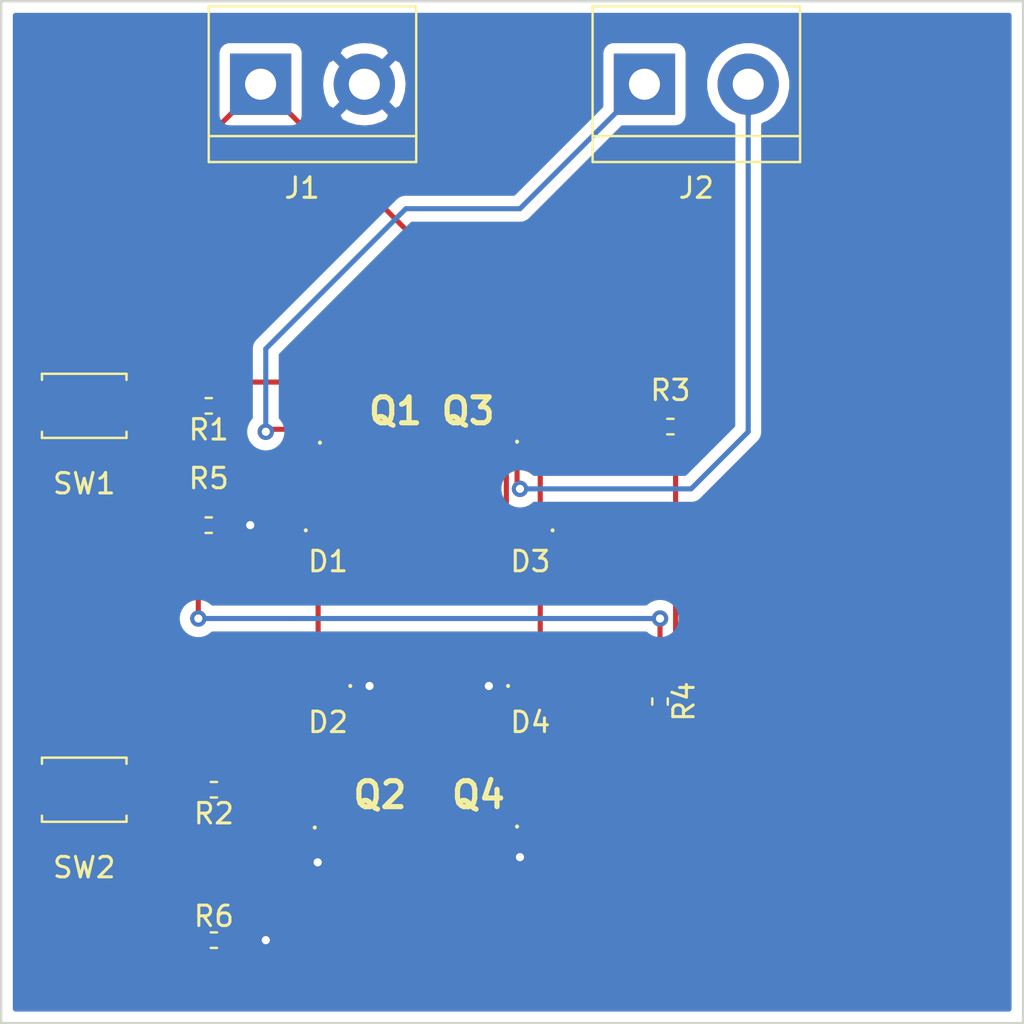
<source format=kicad_pcb>
(kicad_pcb (version 20171130) (host pcbnew "(5.1.7)-1")

  (general
    (thickness 1.6)
    (drawings 4)
    (tracks 97)
    (zones 0)
    (modules 18)
    (nets 11)
  )

  (page A4)
  (layers
    (0 F.Cu signal)
    (31 B.Cu signal)
    (32 B.Adhes user)
    (33 F.Adhes user)
    (34 B.Paste user)
    (35 F.Paste user)
    (36 B.SilkS user)
    (37 F.SilkS user)
    (38 B.Mask user)
    (39 F.Mask user)
    (40 Dwgs.User user)
    (41 Cmts.User user)
    (42 Eco1.User user)
    (43 Eco2.User user)
    (44 Edge.Cuts user)
    (45 Margin user)
    (46 B.CrtYd user)
    (47 F.CrtYd user)
    (48 B.Fab user)
    (49 F.Fab user)
  )

  (setup
    (last_trace_width 0.25)
    (trace_clearance 0.2)
    (zone_clearance 0.508)
    (zone_45_only no)
    (trace_min 0.2)
    (via_size 0.8)
    (via_drill 0.4)
    (via_min_size 0.4)
    (via_min_drill 0.3)
    (uvia_size 0.3)
    (uvia_drill 0.1)
    (uvias_allowed no)
    (uvia_min_size 0.2)
    (uvia_min_drill 0.1)
    (edge_width 0.12)
    (segment_width 0.12)
    (pcb_text_width 0.3)
    (pcb_text_size 1.5 1.5)
    (mod_edge_width 0.12)
    (mod_text_size 1 1)
    (mod_text_width 0.15)
    (pad_size 1.524 1.524)
    (pad_drill 0.762)
    (pad_to_mask_clearance 0)
    (aux_axis_origin 0 0)
    (visible_elements 7FFFFFFF)
    (pcbplotparams
      (layerselection 0x010fc_ffffffff)
      (usegerberextensions false)
      (usegerberattributes true)
      (usegerberadvancedattributes true)
      (creategerberjobfile true)
      (excludeedgelayer true)
      (linewidth 0.100000)
      (plotframeref false)
      (viasonmask false)
      (mode 1)
      (useauxorigin false)
      (hpglpennumber 1)
      (hpglpenspeed 20)
      (hpglpendiameter 15.000000)
      (psnegative false)
      (psa4output false)
      (plotreference true)
      (plotvalue true)
      (plotinvisibletext false)
      (padsonsilk false)
      (subtractmaskfromsilk false)
      (outputformat 1)
      (mirror false)
      (drillshape 1)
      (scaleselection 1)
      (outputdirectory ""))
  )

  (net 0 "")
  (net 1 "Net-(D1-Pad1)")
  (net 2 "Net-(Q1-Pad2)")
  (net 3 GND)
  (net 4 "Net-(D3-Pad1)")
  (net 5 "Net-(Q2-Pad2)")
  (net 6 "Net-(Q3-Pad2)")
  (net 7 "Net-(Q4-Pad2)")
  (net 8 +12V)
  (net 9 "Net-(R1-Pad2)")
  (net 10 "Net-(R2-Pad2)")

  (net_class Default "This is the default net class."
    (clearance 0.2)
    (trace_width 0.25)
    (via_dia 0.8)
    (via_drill 0.4)
    (uvia_dia 0.3)
    (uvia_drill 0.1)
    (add_net +12V)
    (add_net GND)
    (add_net "Net-(D1-Pad1)")
    (add_net "Net-(D3-Pad1)")
    (add_net "Net-(Q1-Pad2)")
    (add_net "Net-(Q2-Pad2)")
    (add_net "Net-(Q3-Pad2)")
    (add_net "Net-(Q4-Pad2)")
    (add_net "Net-(R1-Pad2)")
    (add_net "Net-(R2-Pad2)")
  )

  (module "Practica 1:NSVBCP56MTWG" (layer F.Cu) (tedit 0) (tstamp 686CF599)
    (at 122.428 83.106)
    (descr "WDFNW3 2x2, 1.3P CASE 515AA ISSUE A")
    (tags "Transistor BJT PNP")
    (path /686C150A)
    (attr smd)
    (fp_text reference Q2 (at 2.54 -0.048) (layer F.SilkS)
      (effects (font (size 1.27 1.27) (thickness 0.254)))
    )
    (fp_text value BC107 (at 0 0.05) (layer F.SilkS) hide
      (effects (font (size 1.27 1.27) (thickness 0.254)))
    )
    (fp_line (start -1 -0.95) (end 1 -0.95) (layer F.Fab) (width 0.1))
    (fp_line (start 1 -0.95) (end 1 1.05) (layer F.Fab) (width 0.1))
    (fp_line (start 1 1.05) (end -1 1.05) (layer F.Fab) (width 0.1))
    (fp_line (start -1 1.05) (end -1 -0.95) (layer F.Fab) (width 0.1))
    (fp_line (start -1.8 -1.893) (end 1.8 -1.893) (layer F.CrtYd) (width 0.1))
    (fp_line (start 1.8 -1.893) (end 1.8 1.993) (layer F.CrtYd) (width 0.1))
    (fp_line (start 1.8 1.993) (end -1.8 1.993) (layer F.CrtYd) (width 0.1))
    (fp_line (start -1.8 1.993) (end -1.8 -1.893) (layer F.CrtYd) (width 0.1))
    (fp_line (start -0.65 1.5) (end -0.65 1.5) (layer F.SilkS) (width 0.1))
    (fp_line (start -0.65 1.6) (end -0.65 1.6) (layer F.SilkS) (width 0.1))
    (fp_arc (start -0.65 1.55) (end -0.65 1.6) (angle -180) (layer F.SilkS) (width 0.1))
    (fp_arc (start -0.65 1.55) (end -0.65 1.5) (angle -180) (layer F.SilkS) (width 0.1))
    (fp_text user %R (at 0 0.05) (layer F.Fab)
      (effects (font (size 1.27 1.27) (thickness 0.254)))
    )
    (pad 4 smd rect (at 0 -0.893) (size 0.275 0.4) (layers F.Cu F.Paste F.Mask))
    (pad 3 smd rect (at 0 -0.206 90) (size 1.1 1.6) (layers F.Cu F.Paste F.Mask)
      (net 1 "Net-(D1-Pad1)"))
    (pad 2 smd rect (at 0.65 0.893) (size 0.4 0.6) (layers F.Cu F.Paste F.Mask)
      (net 5 "Net-(Q2-Pad2)"))
    (pad 1 smd rect (at -0.65 0.893) (size 0.4 0.6) (layers F.Cu F.Paste F.Mask)
      (net 3 GND))
    (model ${KIPRJMOD}/Libraries/3D/NSVBCP5316MTWG.stp
      (at (xyz 0 0 0))
      (scale (xyz 1 1 1))
      (rotate (xyz 0 0 0))
    )
  )

  (module "Practica 1:NSVBCP56MTWG" (layer F.Cu) (tedit 0) (tstamp 686C5208)
    (at 132.334 64.214)
    (descr "WDFNW3 2x2, 1.3P CASE 515AA ISSUE A")
    (tags "Transistor BJT PNP")
    (path /686CACFF)
    (attr smd)
    (fp_text reference Q3 (at -3.048 0.048) (layer F.SilkS)
      (effects (font (size 1.27 1.27) (thickness 0.254)))
    )
    (fp_text value BC107 (at 0 0.05) (layer F.SilkS) hide
      (effects (font (size 1.27 1.27) (thickness 0.254)))
    )
    (fp_line (start -1 -0.95) (end 1 -0.95) (layer F.Fab) (width 0.1))
    (fp_line (start 1 -0.95) (end 1 1.05) (layer F.Fab) (width 0.1))
    (fp_line (start 1 1.05) (end -1 1.05) (layer F.Fab) (width 0.1))
    (fp_line (start -1 1.05) (end -1 -0.95) (layer F.Fab) (width 0.1))
    (fp_line (start -1.8 -1.893) (end 1.8 -1.893) (layer F.CrtYd) (width 0.1))
    (fp_line (start 1.8 -1.893) (end 1.8 1.993) (layer F.CrtYd) (width 0.1))
    (fp_line (start 1.8 1.993) (end -1.8 1.993) (layer F.CrtYd) (width 0.1))
    (fp_line (start -1.8 1.993) (end -1.8 -1.893) (layer F.CrtYd) (width 0.1))
    (fp_line (start -0.65 1.5) (end -0.65 1.5) (layer F.SilkS) (width 0.1))
    (fp_line (start -0.65 1.6) (end -0.65 1.6) (layer F.SilkS) (width 0.1))
    (fp_arc (start -0.65 1.55) (end -0.65 1.6) (angle -180) (layer F.SilkS) (width 0.1))
    (fp_arc (start -0.65 1.55) (end -0.65 1.5) (angle -180) (layer F.SilkS) (width 0.1))
    (fp_text user %R (at 0 0.05) (layer F.Fab)
      (effects (font (size 1.27 1.27) (thickness 0.254)))
    )
    (pad 4 smd rect (at 0 -0.893) (size 0.275 0.4) (layers F.Cu F.Paste F.Mask))
    (pad 3 smd rect (at 0 -0.206 90) (size 1.1 1.6) (layers F.Cu F.Paste F.Mask)
      (net 8 +12V))
    (pad 2 smd rect (at 0.65 0.893) (size 0.4 0.6) (layers F.Cu F.Paste F.Mask)
      (net 6 "Net-(Q3-Pad2)"))
    (pad 1 smd rect (at -0.65 0.893) (size 0.4 0.6) (layers F.Cu F.Paste F.Mask)
      (net 4 "Net-(D3-Pad1)"))
    (model NSVBCP5316MTWG.stp
      (at (xyz 0 0 0))
      (scale (xyz 1 1 1))
      (rotate (xyz 0 0 0))
    )
    (model ${KIPRJMOD}/Libraries/3D/NSVBCP5316MTWG.stp
      (at (xyz 0 0 0))
      (scale (xyz 1 1 1))
      (rotate (xyz 0 0 0))
    )
  )

  (module Diode_SMD:D_0402_1005Metric (layer F.Cu) (tedit 5F68FEF0) (tstamp 686C51B6)
    (at 132.334 77.724)
    (descr "Diode SMD 0402 (1005 Metric), square (rectangular) end terminal, IPC_7351 nominal, (Body size source: http://www.tortai-tech.com/upload/download/2011102023233369053.pdf), generated with kicad-footprint-generator")
    (tags diode)
    (path /686C7D1E)
    (attr smd)
    (fp_text reference D4 (at 0 1.778) (layer F.SilkS)
      (effects (font (size 1 1) (thickness 0.15)))
    )
    (fp_text value DIODE (at 0 -1.27) (layer F.Fab)
      (effects (font (size 1 1) (thickness 0.15)))
    )
    (fp_line (start 0.93 0.47) (end -0.93 0.47) (layer F.CrtYd) (width 0.05))
    (fp_line (start 0.93 -0.47) (end 0.93 0.47) (layer F.CrtYd) (width 0.05))
    (fp_line (start -0.93 -0.47) (end 0.93 -0.47) (layer F.CrtYd) (width 0.05))
    (fp_line (start -0.93 0.47) (end -0.93 -0.47) (layer F.CrtYd) (width 0.05))
    (fp_line (start -0.3 0.25) (end -0.3 -0.25) (layer F.Fab) (width 0.1))
    (fp_line (start -0.4 0.25) (end -0.4 -0.25) (layer F.Fab) (width 0.1))
    (fp_line (start 0.5 0.25) (end -0.5 0.25) (layer F.Fab) (width 0.1))
    (fp_line (start 0.5 -0.25) (end 0.5 0.25) (layer F.Fab) (width 0.1))
    (fp_line (start -0.5 -0.25) (end 0.5 -0.25) (layer F.Fab) (width 0.1))
    (fp_line (start -0.5 0.25) (end -0.5 -0.25) (layer F.Fab) (width 0.1))
    (fp_circle (center -1.09 0) (end -1.04 0) (layer F.SilkS) (width 0.1))
    (fp_text user %R (at 0 0) (layer F.Fab)
      (effects (font (size 0.25 0.25) (thickness 0.04)))
    )
    (pad 1 smd roundrect (at -0.485 0) (size 0.59 0.64) (layers F.Cu F.Paste F.Mask) (roundrect_rratio 0.25)
      (net 3 GND))
    (pad 2 smd roundrect (at 0.485 0) (size 0.59 0.64) (layers F.Cu F.Paste F.Mask) (roundrect_rratio 0.25)
      (net 4 "Net-(D3-Pad1)"))
    (model ${KIPRJMOD}/Libraries/3D/1N4007W-T.stp
      (at (xyz 0 0 0))
      (scale (xyz 1 1 1))
      (rotate (xyz 0 0 0))
    )
  )

  (module "Practica 1:NSVBCP56MTWG" (layer F.Cu) (tedit 0) (tstamp 686C521D)
    (at 132.334 83.058)
    (descr "WDFNW3 2x2, 1.3P CASE 515AA ISSUE A")
    (tags "Transistor BJT PNP")
    (path /686CB77A)
    (attr smd)
    (fp_text reference Q4 (at -2.54 0) (layer F.SilkS)
      (effects (font (size 1.27 1.27) (thickness 0.254)))
    )
    (fp_text value BC107 (at 0 0.05) (layer F.SilkS) hide
      (effects (font (size 1.27 1.27) (thickness 0.254)))
    )
    (fp_line (start -1 -0.95) (end 1 -0.95) (layer F.Fab) (width 0.1))
    (fp_line (start 1 -0.95) (end 1 1.05) (layer F.Fab) (width 0.1))
    (fp_line (start 1 1.05) (end -1 1.05) (layer F.Fab) (width 0.1))
    (fp_line (start -1 1.05) (end -1 -0.95) (layer F.Fab) (width 0.1))
    (fp_line (start -1.8 -1.893) (end 1.8 -1.893) (layer F.CrtYd) (width 0.1))
    (fp_line (start 1.8 -1.893) (end 1.8 1.993) (layer F.CrtYd) (width 0.1))
    (fp_line (start 1.8 1.993) (end -1.8 1.993) (layer F.CrtYd) (width 0.1))
    (fp_line (start -1.8 1.993) (end -1.8 -1.893) (layer F.CrtYd) (width 0.1))
    (fp_line (start -0.65 1.5) (end -0.65 1.5) (layer F.SilkS) (width 0.1))
    (fp_line (start -0.65 1.6) (end -0.65 1.6) (layer F.SilkS) (width 0.1))
    (fp_arc (start -0.65 1.55) (end -0.65 1.6) (angle -180) (layer F.SilkS) (width 0.1))
    (fp_arc (start -0.65 1.55) (end -0.65 1.5) (angle -180) (layer F.SilkS) (width 0.1))
    (fp_text user %R (at 0 0.05) (layer F.Fab)
      (effects (font (size 1.27 1.27) (thickness 0.254)))
    )
    (pad 4 smd rect (at 0 -0.893) (size 0.275 0.4) (layers F.Cu F.Paste F.Mask))
    (pad 3 smd rect (at 0 -0.206 90) (size 1.1 1.6) (layers F.Cu F.Paste F.Mask)
      (net 4 "Net-(D3-Pad1)"))
    (pad 2 smd rect (at 0.65 0.893) (size 0.4 0.6) (layers F.Cu F.Paste F.Mask)
      (net 7 "Net-(Q4-Pad2)"))
    (pad 1 smd rect (at -0.65 0.893) (size 0.4 0.6) (layers F.Cu F.Paste F.Mask)
      (net 3 GND))
    (model NSVBCP5316MTWG.stp
      (at (xyz 0 0 0))
      (scale (xyz 1 1 1))
      (rotate (xyz 0 0 0))
    )
    (model ${KIPRJMOD}/Libraries/3D/NSVBCP5316MTWG.stp
      (at (xyz 0 0 0))
      (scale (xyz 1 1 1))
      (rotate (xyz 0 0 0))
    )
  )

  (module Diode_SMD:D_0402_1005Metric (layer F.Cu) (tedit 5F68FEF0) (tstamp 686C51A4)
    (at 132.334 70.104 180)
    (descr "Diode SMD 0402 (1005 Metric), square (rectangular) end terminal, IPC_7351 nominal, (Body size source: http://www.tortai-tech.com/upload/download/2011102023233369053.pdf), generated with kicad-footprint-generator")
    (tags diode)
    (path /686C8278)
    (attr smd)
    (fp_text reference D3 (at 0 -1.524) (layer F.SilkS)
      (effects (font (size 1 1) (thickness 0.15)))
    )
    (fp_text value DIODE (at 0 1.17) (layer F.Fab)
      (effects (font (size 1 1) (thickness 0.15)))
    )
    (fp_circle (center -1.09 0) (end -1.04 0) (layer F.SilkS) (width 0.1))
    (fp_line (start -0.5 0.25) (end -0.5 -0.25) (layer F.Fab) (width 0.1))
    (fp_line (start -0.5 -0.25) (end 0.5 -0.25) (layer F.Fab) (width 0.1))
    (fp_line (start 0.5 -0.25) (end 0.5 0.25) (layer F.Fab) (width 0.1))
    (fp_line (start 0.5 0.25) (end -0.5 0.25) (layer F.Fab) (width 0.1))
    (fp_line (start -0.4 0.25) (end -0.4 -0.25) (layer F.Fab) (width 0.1))
    (fp_line (start -0.3 0.25) (end -0.3 -0.25) (layer F.Fab) (width 0.1))
    (fp_line (start -0.93 0.47) (end -0.93 -0.47) (layer F.CrtYd) (width 0.05))
    (fp_line (start -0.93 -0.47) (end 0.93 -0.47) (layer F.CrtYd) (width 0.05))
    (fp_line (start 0.93 -0.47) (end 0.93 0.47) (layer F.CrtYd) (width 0.05))
    (fp_line (start 0.93 0.47) (end -0.93 0.47) (layer F.CrtYd) (width 0.05))
    (fp_text user %R (at 0 0) (layer F.Fab)
      (effects (font (size 0.25 0.25) (thickness 0.04)))
    )
    (pad 2 smd roundrect (at 0.485 0 180) (size 0.59 0.64) (layers F.Cu F.Paste F.Mask) (roundrect_rratio 0.25)
      (net 8 +12V))
    (pad 1 smd roundrect (at -0.485 0 180) (size 0.59 0.64) (layers F.Cu F.Paste F.Mask) (roundrect_rratio 0.25)
      (net 4 "Net-(D3-Pad1)"))
    (model ${KIPRJMOD}/Libraries/3D/1N4007W-T.stp
      (at (xyz 0 0 0))
      (scale (xyz 1 1 1))
      (rotate (xyz 0 0 0))
    )
  )

  (module Button_Switch_SMD:SW_Push_SPST_NO_Alps_SKRK (layer F.Cu) (tedit 5C2A8900) (tstamp 686CDAB2)
    (at 110.49 82.804)
    (descr http://www.alps.com/prod/info/E/HTML/Tact/SurfaceMount/SKRK/SKRKAHE020.html)
    (tags "SMD SMT button")
    (path /68701889)
    (attr smd)
    (fp_text reference SW2 (at 0 3.81) (layer F.SilkS)
      (effects (font (size 1 1) (thickness 0.15)))
    )
    (fp_text value SW_Push (at 0 2.5) (layer F.Fab)
      (effects (font (size 1 1) (thickness 0.15)))
    )
    (fp_line (start -2.07 -1.57) (end 2.07 -1.57) (layer F.SilkS) (width 0.12))
    (fp_line (start 2.07 1.27) (end 2.07 1.57) (layer F.SilkS) (width 0.12))
    (fp_line (start 2.07 1.57) (end -2.07 1.57) (layer F.SilkS) (width 0.12))
    (fp_line (start -2.07 -1.27) (end -2.07 -1.57) (layer F.SilkS) (width 0.12))
    (fp_circle (center 0 0) (end 1 0) (layer F.Fab) (width 0.1))
    (fp_line (start -2.75 -1.7) (end 2.75 -1.7) (layer F.CrtYd) (width 0.05))
    (fp_line (start 2.75 -1.7) (end 2.75 1.7) (layer F.CrtYd) (width 0.05))
    (fp_line (start 2.75 1.7) (end -2.75 1.7) (layer F.CrtYd) (width 0.05))
    (fp_line (start -2.75 1.7) (end -2.75 -1.7) (layer F.CrtYd) (width 0.05))
    (fp_line (start 1.95 1.45) (end -1.95 1.45) (layer F.Fab) (width 0.1))
    (fp_line (start -1.95 1.45) (end -1.95 -1.45) (layer F.Fab) (width 0.1))
    (fp_line (start -1.95 -1.45) (end 1.95 -1.45) (layer F.Fab) (width 0.1))
    (fp_line (start 1.95 -1.45) (end 1.95 1.45) (layer F.Fab) (width 0.1))
    (fp_line (start -2.07 1.57) (end -2.07 1.27) (layer F.SilkS) (width 0.12))
    (fp_line (start 2.07 -1.57) (end 2.07 -1.27) (layer F.SilkS) (width 0.12))
    (fp_text user %R (at 0 0) (layer F.Fab)
      (effects (font (size 1 1) (thickness 0.15)))
    )
    (pad 1 smd roundrect (at -2.1 0) (size 0.8 2) (layers F.Cu F.Paste F.Mask) (roundrect_rratio 0.25)
      (net 8 +12V))
    (pad 2 smd roundrect (at 2.1 0) (size 0.8 2) (layers F.Cu F.Paste F.Mask) (roundrect_rratio 0.25)
      (net 10 "Net-(R2-Pad2)"))
    (model ${KIPRJMOD}/Libraries/3D/430133050816.stp
      (at (xyz 0 0 0))
      (scale (xyz 1 1 1))
      (rotate (xyz 0 0 0))
    )
  )

  (module Button_Switch_SMD:SW_Push_SPST_NO_Alps_SKRK (layer F.Cu) (tedit 5C2A8900) (tstamp 686CC880)
    (at 110.49 64.008)
    (descr http://www.alps.com/prod/info/E/HTML/Tact/SurfaceMount/SKRK/SKRKAHE020.html)
    (tags "SMD SMT button")
    (path /686FF167)
    (attr smd)
    (fp_text reference SW1 (at 0 3.81) (layer F.SilkS)
      (effects (font (size 1 1) (thickness 0.15)))
    )
    (fp_text value SW_Push (at 0 2.5) (layer F.Fab)
      (effects (font (size 1 1) (thickness 0.15)))
    )
    (fp_line (start -2.07 -1.57) (end 2.07 -1.57) (layer F.SilkS) (width 0.12))
    (fp_line (start 2.07 1.27) (end 2.07 1.57) (layer F.SilkS) (width 0.12))
    (fp_line (start 2.07 1.57) (end -2.07 1.57) (layer F.SilkS) (width 0.12))
    (fp_line (start -2.07 -1.27) (end -2.07 -1.57) (layer F.SilkS) (width 0.12))
    (fp_circle (center 0 0) (end 1 0) (layer F.Fab) (width 0.1))
    (fp_line (start -2.75 -1.7) (end 2.75 -1.7) (layer F.CrtYd) (width 0.05))
    (fp_line (start 2.75 -1.7) (end 2.75 1.7) (layer F.CrtYd) (width 0.05))
    (fp_line (start 2.75 1.7) (end -2.75 1.7) (layer F.CrtYd) (width 0.05))
    (fp_line (start -2.75 1.7) (end -2.75 -1.7) (layer F.CrtYd) (width 0.05))
    (fp_line (start 1.95 1.45) (end -1.95 1.45) (layer F.Fab) (width 0.1))
    (fp_line (start -1.95 1.45) (end -1.95 -1.45) (layer F.Fab) (width 0.1))
    (fp_line (start -1.95 -1.45) (end 1.95 -1.45) (layer F.Fab) (width 0.1))
    (fp_line (start 1.95 -1.45) (end 1.95 1.45) (layer F.Fab) (width 0.1))
    (fp_line (start -2.07 1.57) (end -2.07 1.27) (layer F.SilkS) (width 0.12))
    (fp_line (start 2.07 -1.57) (end 2.07 -1.27) (layer F.SilkS) (width 0.12))
    (fp_text user %R (at 0 0) (layer F.Fab)
      (effects (font (size 1 1) (thickness 0.15)))
    )
    (pad 1 smd roundrect (at -2.1 0) (size 0.8 2) (layers F.Cu F.Paste F.Mask) (roundrect_rratio 0.25)
      (net 8 +12V))
    (pad 2 smd roundrect (at 2.1 0) (size 0.8 2) (layers F.Cu F.Paste F.Mask) (roundrect_rratio 0.25)
      (net 9 "Net-(R1-Pad2)"))
    (model ${KIPRJMOD}/Libraries/3D/430133050816.stp
      (at (xyz 0 0 0))
      (scale (xyz 1 1 1))
      (rotate (xyz 0 0 0))
    )
  )

  (module TerminalBlock:TerminalBlock_bornier-2_P5.08mm (layer F.Cu) (tedit 59FF03AB) (tstamp 686C5E9C)
    (at 137.922 48.26)
    (descr "simple 2-pin terminal block, pitch 5.08mm, revamped version of bornier2")
    (tags "terminal block bornier2")
    (path /686EE99A)
    (fp_text reference J2 (at 2.54 5.08) (layer F.SilkS)
      (effects (font (size 1 1) (thickness 0.15)))
    )
    (fp_text value Conn_01x02 (at 2.54 5.08) (layer F.Fab)
      (effects (font (size 1 1) (thickness 0.15)))
    )
    (fp_line (start -2.41 2.55) (end 7.49 2.55) (layer F.Fab) (width 0.1))
    (fp_line (start -2.46 -3.75) (end -2.46 3.75) (layer F.Fab) (width 0.1))
    (fp_line (start -2.46 3.75) (end 7.54 3.75) (layer F.Fab) (width 0.1))
    (fp_line (start 7.54 3.75) (end 7.54 -3.75) (layer F.Fab) (width 0.1))
    (fp_line (start 7.54 -3.75) (end -2.46 -3.75) (layer F.Fab) (width 0.1))
    (fp_line (start 7.62 2.54) (end -2.54 2.54) (layer F.SilkS) (width 0.12))
    (fp_line (start 7.62 3.81) (end 7.62 -3.81) (layer F.SilkS) (width 0.12))
    (fp_line (start 7.62 -3.81) (end -2.54 -3.81) (layer F.SilkS) (width 0.12))
    (fp_line (start -2.54 -3.81) (end -2.54 3.81) (layer F.SilkS) (width 0.12))
    (fp_line (start -2.54 3.81) (end 7.62 3.81) (layer F.SilkS) (width 0.12))
    (fp_line (start -2.71 -4) (end 7.79 -4) (layer F.CrtYd) (width 0.05))
    (fp_line (start -2.71 -4) (end -2.71 4) (layer F.CrtYd) (width 0.05))
    (fp_line (start 7.79 4) (end 7.79 -4) (layer F.CrtYd) (width 0.05))
    (fp_line (start 7.79 4) (end -2.71 4) (layer F.CrtYd) (width 0.05))
    (fp_text user %R (at 2.54 0) (layer F.Fab)
      (effects (font (size 1 1) (thickness 0.15)))
    )
    (pad 2 thru_hole circle (at 5.08 0) (size 3 3) (drill 1.52) (layers *.Cu *.Mask)
      (net 4 "Net-(D3-Pad1)"))
    (pad 1 thru_hole rect (at 0 0) (size 3 3) (drill 1.52) (layers *.Cu *.Mask)
      (net 1 "Net-(D1-Pad1)"))
    (model ${KIPRJMOD}/Libraries/3D/1729128.stp
      (offset (xyz 2.54 0 4.978400000000001))
      (scale (xyz 1 1 1))
      (rotate (xyz -90 0 -180))
    )
  )

  (module TerminalBlock:TerminalBlock_bornier-2_P5.08mm (layer F.Cu) (tedit 59FF03AB) (tstamp 686C64E3)
    (at 119.126 48.26)
    (descr "simple 2-pin terminal block, pitch 5.08mm, revamped version of bornier2")
    (tags "terminal block bornier2")
    (path /686C07CE)
    (fp_text reference J1 (at 2.032 5.08) (layer F.SilkS)
      (effects (font (size 1 1) (thickness 0.15)))
    )
    (fp_text value Conn_01x02 (at 2.54 5.08) (layer F.Fab)
      (effects (font (size 1 1) (thickness 0.15)))
    )
    (fp_line (start -2.41 2.55) (end 7.49 2.55) (layer F.Fab) (width 0.1))
    (fp_line (start -2.46 -3.75) (end -2.46 3.75) (layer F.Fab) (width 0.1))
    (fp_line (start -2.46 3.75) (end 7.54 3.75) (layer F.Fab) (width 0.1))
    (fp_line (start 7.54 3.75) (end 7.54 -3.75) (layer F.Fab) (width 0.1))
    (fp_line (start 7.54 -3.75) (end -2.46 -3.75) (layer F.Fab) (width 0.1))
    (fp_line (start 7.62 2.54) (end -2.54 2.54) (layer F.SilkS) (width 0.12))
    (fp_line (start 7.62 3.81) (end 7.62 -3.81) (layer F.SilkS) (width 0.12))
    (fp_line (start 7.62 -3.81) (end -2.54 -3.81) (layer F.SilkS) (width 0.12))
    (fp_line (start -2.54 -3.81) (end -2.54 3.81) (layer F.SilkS) (width 0.12))
    (fp_line (start -2.54 3.81) (end 7.62 3.81) (layer F.SilkS) (width 0.12))
    (fp_line (start -2.71 -4) (end 7.79 -4) (layer F.CrtYd) (width 0.05))
    (fp_line (start -2.71 -4) (end -2.71 4) (layer F.CrtYd) (width 0.05))
    (fp_line (start 7.79 4) (end 7.79 -4) (layer F.CrtYd) (width 0.05))
    (fp_line (start 7.79 4) (end -2.71 4) (layer F.CrtYd) (width 0.05))
    (fp_text user %R (at 2.54 0) (layer F.Fab)
      (effects (font (size 1 1) (thickness 0.15)))
    )
    (pad 2 thru_hole circle (at 5.08 0) (size 3 3) (drill 1.52) (layers *.Cu *.Mask)
      (net 3 GND))
    (pad 1 thru_hole rect (at 0 0) (size 3 3) (drill 1.52) (layers *.Cu *.Mask)
      (net 8 +12V))
    (model ${KIPRJMOD}/Libraries/3D/1729128.stp
      (offset (xyz 2.3876 -0.1016 5.0546))
      (scale (xyz 1 1 1))
      (rotate (xyz -90 0 -180))
    )
  )

  (module Resistor_SMD:R_0402_1005Metric (layer F.Cu) (tedit 5F68FEEE) (tstamp 686C574C)
    (at 116.84 90.17)
    (descr "Resistor SMD 0402 (1005 Metric), square (rectangular) end terminal, IPC_7351 nominal, (Body size source: IPC-SM-782 page 72, https://www.pcb-3d.com/wordpress/wp-content/uploads/ipc-sm-782a_amendment_1_and_2.pdf), generated with kicad-footprint-generator")
    (tags resistor)
    (path /68701D8F)
    (attr smd)
    (fp_text reference R6 (at 0 -1.17) (layer F.SilkS)
      (effects (font (size 1 1) (thickness 0.15)))
    )
    (fp_text value 10k (at 0 1.17) (layer F.Fab)
      (effects (font (size 1 1) (thickness 0.15)))
    )
    (fp_line (start -0.525 0.27) (end -0.525 -0.27) (layer F.Fab) (width 0.1))
    (fp_line (start -0.525 -0.27) (end 0.525 -0.27) (layer F.Fab) (width 0.1))
    (fp_line (start 0.525 -0.27) (end 0.525 0.27) (layer F.Fab) (width 0.1))
    (fp_line (start 0.525 0.27) (end -0.525 0.27) (layer F.Fab) (width 0.1))
    (fp_line (start -0.153641 -0.38) (end 0.153641 -0.38) (layer F.SilkS) (width 0.12))
    (fp_line (start -0.153641 0.38) (end 0.153641 0.38) (layer F.SilkS) (width 0.12))
    (fp_line (start -0.93 0.47) (end -0.93 -0.47) (layer F.CrtYd) (width 0.05))
    (fp_line (start -0.93 -0.47) (end 0.93 -0.47) (layer F.CrtYd) (width 0.05))
    (fp_line (start 0.93 -0.47) (end 0.93 0.47) (layer F.CrtYd) (width 0.05))
    (fp_line (start 0.93 0.47) (end -0.93 0.47) (layer F.CrtYd) (width 0.05))
    (fp_text user %R (at 0 0) (layer F.Fab)
      (effects (font (size 0.26 0.26) (thickness 0.04)))
    )
    (pad 2 smd roundrect (at 0.51 0) (size 0.54 0.64) (layers F.Cu F.Paste F.Mask) (roundrect_rratio 0.25)
      (net 3 GND))
    (pad 1 smd roundrect (at -0.51 0) (size 0.54 0.64) (layers F.Cu F.Paste F.Mask) (roundrect_rratio 0.25)
      (net 10 "Net-(R2-Pad2)"))
    (model ${KISYS3DMOD}/Resistor_SMD.3dshapes/R_0402_1005Metric.wrl
      (at (xyz 0 0 0))
      (scale (xyz 1 1 1))
      (rotate (xyz 0 0 0))
    )
  )

  (module Resistor_SMD:R_0402_1005Metric (layer F.Cu) (tedit 5F68FEEE) (tstamp 686C577C)
    (at 116.586 69.85)
    (descr "Resistor SMD 0402 (1005 Metric), square (rectangular) end terminal, IPC_7351 nominal, (Body size source: IPC-SM-782 page 72, https://www.pcb-3d.com/wordpress/wp-content/uploads/ipc-sm-782a_amendment_1_and_2.pdf), generated with kicad-footprint-generator")
    (tags resistor)
    (path /686FF8F6)
    (attr smd)
    (fp_text reference R5 (at 0 -2.286) (layer F.SilkS)
      (effects (font (size 1 1) (thickness 0.15)))
    )
    (fp_text value 10k (at 0 1.17) (layer F.Fab)
      (effects (font (size 1 1) (thickness 0.15)))
    )
    (fp_line (start -0.525 0.27) (end -0.525 -0.27) (layer F.Fab) (width 0.1))
    (fp_line (start -0.525 -0.27) (end 0.525 -0.27) (layer F.Fab) (width 0.1))
    (fp_line (start 0.525 -0.27) (end 0.525 0.27) (layer F.Fab) (width 0.1))
    (fp_line (start 0.525 0.27) (end -0.525 0.27) (layer F.Fab) (width 0.1))
    (fp_line (start -0.153641 -0.38) (end 0.153641 -0.38) (layer F.SilkS) (width 0.12))
    (fp_line (start -0.153641 0.38) (end 0.153641 0.38) (layer F.SilkS) (width 0.12))
    (fp_line (start -0.93 0.47) (end -0.93 -0.47) (layer F.CrtYd) (width 0.05))
    (fp_line (start -0.93 -0.47) (end 0.93 -0.47) (layer F.CrtYd) (width 0.05))
    (fp_line (start 0.93 -0.47) (end 0.93 0.47) (layer F.CrtYd) (width 0.05))
    (fp_line (start 0.93 0.47) (end -0.93 0.47) (layer F.CrtYd) (width 0.05))
    (fp_text user %R (at 0 0) (layer F.Fab)
      (effects (font (size 0.26 0.26) (thickness 0.04)))
    )
    (pad 2 smd roundrect (at 0.51 0) (size 0.54 0.64) (layers F.Cu F.Paste F.Mask) (roundrect_rratio 0.25)
      (net 3 GND))
    (pad 1 smd roundrect (at -0.51 0) (size 0.54 0.64) (layers F.Cu F.Paste F.Mask) (roundrect_rratio 0.25)
      (net 9 "Net-(R1-Pad2)"))
    (model ${KISYS3DMOD}/Resistor_SMD.3dshapes/R_0402_1005Metric.wrl
      (at (xyz 0 0 0))
      (scale (xyz 1 1 1))
      (rotate (xyz 0 0 0))
    )
  )

  (module Resistor_SMD:R_0402_1005Metric (layer F.Cu) (tedit 5F68FEEE) (tstamp 686C5270)
    (at 138.684 78.486 270)
    (descr "Resistor SMD 0402 (1005 Metric), square (rectangular) end terminal, IPC_7351 nominal, (Body size source: IPC-SM-782 page 72, https://www.pcb-3d.com/wordpress/wp-content/uploads/ipc-sm-782a_amendment_1_and_2.pdf), generated with kicad-footprint-generator")
    (tags resistor)
    (path /686E2F6C)
    (attr smd)
    (fp_text reference R4 (at 0 -1.17 90) (layer F.SilkS)
      (effects (font (size 1 1) (thickness 0.15)))
    )
    (fp_text value 32 (at 0 1.17 90) (layer F.Fab)
      (effects (font (size 1 1) (thickness 0.15)))
    )
    (fp_line (start -0.525 0.27) (end -0.525 -0.27) (layer F.Fab) (width 0.1))
    (fp_line (start -0.525 -0.27) (end 0.525 -0.27) (layer F.Fab) (width 0.1))
    (fp_line (start 0.525 -0.27) (end 0.525 0.27) (layer F.Fab) (width 0.1))
    (fp_line (start 0.525 0.27) (end -0.525 0.27) (layer F.Fab) (width 0.1))
    (fp_line (start -0.153641 -0.38) (end 0.153641 -0.38) (layer F.SilkS) (width 0.12))
    (fp_line (start -0.153641 0.38) (end 0.153641 0.38) (layer F.SilkS) (width 0.12))
    (fp_line (start -0.93 0.47) (end -0.93 -0.47) (layer F.CrtYd) (width 0.05))
    (fp_line (start -0.93 -0.47) (end 0.93 -0.47) (layer F.CrtYd) (width 0.05))
    (fp_line (start 0.93 -0.47) (end 0.93 0.47) (layer F.CrtYd) (width 0.05))
    (fp_line (start 0.93 0.47) (end -0.93 0.47) (layer F.CrtYd) (width 0.05))
    (fp_text user %R (at 0 0 90) (layer F.Fab)
      (effects (font (size 0.26 0.26) (thickness 0.04)))
    )
    (pad 2 smd roundrect (at 0.51 0 270) (size 0.54 0.64) (layers F.Cu F.Paste F.Mask) (roundrect_rratio 0.25)
      (net 7 "Net-(Q4-Pad2)"))
    (pad 1 smd roundrect (at -0.51 0 270) (size 0.54 0.64) (layers F.Cu F.Paste F.Mask) (roundrect_rratio 0.25)
      (net 9 "Net-(R1-Pad2)"))
    (model ${KISYS3DMOD}/Resistor_SMD.3dshapes/R_0402_1005Metric.wrl
      (at (xyz 0 0 0))
      (scale (xyz 1 1 1))
      (rotate (xyz 0 0 0))
    )
  )

  (module Resistor_SMD:R_0402_1005Metric (layer F.Cu) (tedit 5F68FEEE) (tstamp 686C525F)
    (at 139.192 65.024)
    (descr "Resistor SMD 0402 (1005 Metric), square (rectangular) end terminal, IPC_7351 nominal, (Body size source: IPC-SM-782 page 72, https://www.pcb-3d.com/wordpress/wp-content/uploads/ipc-sm-782a_amendment_1_and_2.pdf), generated with kicad-footprint-generator")
    (tags resistor)
    (path /686E343C)
    (attr smd)
    (fp_text reference R3 (at 0 -1.778) (layer F.SilkS)
      (effects (font (size 1 1) (thickness 0.15)))
    )
    (fp_text value 32 (at 0 1.17) (layer F.Fab)
      (effects (font (size 1 1) (thickness 0.15)))
    )
    (fp_line (start -0.525 0.27) (end -0.525 -0.27) (layer F.Fab) (width 0.1))
    (fp_line (start -0.525 -0.27) (end 0.525 -0.27) (layer F.Fab) (width 0.1))
    (fp_line (start 0.525 -0.27) (end 0.525 0.27) (layer F.Fab) (width 0.1))
    (fp_line (start 0.525 0.27) (end -0.525 0.27) (layer F.Fab) (width 0.1))
    (fp_line (start -0.153641 -0.38) (end 0.153641 -0.38) (layer F.SilkS) (width 0.12))
    (fp_line (start -0.153641 0.38) (end 0.153641 0.38) (layer F.SilkS) (width 0.12))
    (fp_line (start -0.93 0.47) (end -0.93 -0.47) (layer F.CrtYd) (width 0.05))
    (fp_line (start -0.93 -0.47) (end 0.93 -0.47) (layer F.CrtYd) (width 0.05))
    (fp_line (start 0.93 -0.47) (end 0.93 0.47) (layer F.CrtYd) (width 0.05))
    (fp_line (start 0.93 0.47) (end -0.93 0.47) (layer F.CrtYd) (width 0.05))
    (fp_text user %R (at 0 0) (layer F.Fab)
      (effects (font (size 0.26 0.26) (thickness 0.04)))
    )
    (pad 2 smd roundrect (at 0.51 0) (size 0.54 0.64) (layers F.Cu F.Paste F.Mask) (roundrect_rratio 0.25)
      (net 6 "Net-(Q3-Pad2)"))
    (pad 1 smd roundrect (at -0.51 0) (size 0.54 0.64) (layers F.Cu F.Paste F.Mask) (roundrect_rratio 0.25)
      (net 10 "Net-(R2-Pad2)"))
    (model ${KISYS3DMOD}/Resistor_SMD.3dshapes/R_0402_1005Metric.wrl
      (at (xyz 0 0 0))
      (scale (xyz 1 1 1))
      (rotate (xyz 0 0 0))
    )
  )

  (module Resistor_SMD:R_0402_1005Metric (layer F.Cu) (tedit 5F68FEEE) (tstamp 686C524E)
    (at 116.84 82.804 180)
    (descr "Resistor SMD 0402 (1005 Metric), square (rectangular) end terminal, IPC_7351 nominal, (Body size source: IPC-SM-782 page 72, https://www.pcb-3d.com/wordpress/wp-content/uploads/ipc-sm-782a_amendment_1_and_2.pdf), generated with kicad-footprint-generator")
    (tags resistor)
    (path /686C3B14)
    (attr smd)
    (fp_text reference R2 (at 0 -1.17) (layer F.SilkS)
      (effects (font (size 1 1) (thickness 0.15)))
    )
    (fp_text value 32 (at 0 1.17) (layer F.Fab)
      (effects (font (size 1 1) (thickness 0.15)))
    )
    (fp_line (start -0.525 0.27) (end -0.525 -0.27) (layer F.Fab) (width 0.1))
    (fp_line (start -0.525 -0.27) (end 0.525 -0.27) (layer F.Fab) (width 0.1))
    (fp_line (start 0.525 -0.27) (end 0.525 0.27) (layer F.Fab) (width 0.1))
    (fp_line (start 0.525 0.27) (end -0.525 0.27) (layer F.Fab) (width 0.1))
    (fp_line (start -0.153641 -0.38) (end 0.153641 -0.38) (layer F.SilkS) (width 0.12))
    (fp_line (start -0.153641 0.38) (end 0.153641 0.38) (layer F.SilkS) (width 0.12))
    (fp_line (start -0.93 0.47) (end -0.93 -0.47) (layer F.CrtYd) (width 0.05))
    (fp_line (start -0.93 -0.47) (end 0.93 -0.47) (layer F.CrtYd) (width 0.05))
    (fp_line (start 0.93 -0.47) (end 0.93 0.47) (layer F.CrtYd) (width 0.05))
    (fp_line (start 0.93 0.47) (end -0.93 0.47) (layer F.CrtYd) (width 0.05))
    (fp_text user %R (at 0 0) (layer F.Fab)
      (effects (font (size 0.26 0.26) (thickness 0.04)))
    )
    (pad 2 smd roundrect (at 0.51 0 180) (size 0.54 0.64) (layers F.Cu F.Paste F.Mask) (roundrect_rratio 0.25)
      (net 10 "Net-(R2-Pad2)"))
    (pad 1 smd roundrect (at -0.51 0 180) (size 0.54 0.64) (layers F.Cu F.Paste F.Mask) (roundrect_rratio 0.25)
      (net 5 "Net-(Q2-Pad2)"))
    (model ${KISYS3DMOD}/Resistor_SMD.3dshapes/R_0402_1005Metric.wrl
      (at (xyz 0 0 0))
      (scale (xyz 1 1 1))
      (rotate (xyz 0 0 0))
    )
  )

  (module Diode_SMD:D_0402_1005Metric (layer F.Cu) (tedit 5F68FEF0) (tstamp 686C5192)
    (at 122.428 77.724 180)
    (descr "Diode SMD 0402 (1005 Metric), square (rectangular) end terminal, IPC_7351 nominal, (Body size source: http://www.tortai-tech.com/upload/download/2011102023233369053.pdf), generated with kicad-footprint-generator")
    (tags diode)
    (path /686C772E)
    (attr smd)
    (fp_text reference D2 (at 0 -1.778) (layer F.SilkS)
      (effects (font (size 1 1) (thickness 0.15)))
    )
    (fp_text value DIODE (at 0 1.27) (layer F.Fab)
      (effects (font (size 1 1) (thickness 0.15)))
    )
    (fp_circle (center -1.09 0) (end -1.04 0) (layer F.SilkS) (width 0.1))
    (fp_line (start -0.5 0.25) (end -0.5 -0.25) (layer F.Fab) (width 0.1))
    (fp_line (start -0.5 -0.25) (end 0.5 -0.25) (layer F.Fab) (width 0.1))
    (fp_line (start 0.5 -0.25) (end 0.5 0.25) (layer F.Fab) (width 0.1))
    (fp_line (start 0.5 0.25) (end -0.5 0.25) (layer F.Fab) (width 0.1))
    (fp_line (start -0.4 0.25) (end -0.4 -0.25) (layer F.Fab) (width 0.1))
    (fp_line (start -0.3 0.25) (end -0.3 -0.25) (layer F.Fab) (width 0.1))
    (fp_line (start -0.93 0.47) (end -0.93 -0.47) (layer F.CrtYd) (width 0.05))
    (fp_line (start -0.93 -0.47) (end 0.93 -0.47) (layer F.CrtYd) (width 0.05))
    (fp_line (start 0.93 -0.47) (end 0.93 0.47) (layer F.CrtYd) (width 0.05))
    (fp_line (start 0.93 0.47) (end -0.93 0.47) (layer F.CrtYd) (width 0.05))
    (fp_text user %R (at 0 0) (layer F.Fab)
      (effects (font (size 0.25 0.25) (thickness 0.04)))
    )
    (pad 2 smd roundrect (at 0.485 0 180) (size 0.59 0.64) (layers F.Cu F.Paste F.Mask) (roundrect_rratio 0.25)
      (net 1 "Net-(D1-Pad1)"))
    (pad 1 smd roundrect (at -0.485 0 180) (size 0.59 0.64) (layers F.Cu F.Paste F.Mask) (roundrect_rratio 0.25)
      (net 3 GND))
    (model ${KIPRJMOD}/Libraries/3D/1N4007W-T.stp
      (at (xyz 0 0 0))
      (scale (xyz 1 1 1))
      (rotate (xyz 0 0 0))
    )
  )

  (module Diode_SMD:D_0402_1005Metric (layer F.Cu) (tedit 5F68FEF0) (tstamp 686C5180)
    (at 122.428 70.104)
    (descr "Diode SMD 0402 (1005 Metric), square (rectangular) end terminal, IPC_7351 nominal, (Body size source: http://www.tortai-tech.com/upload/download/2011102023233369053.pdf), generated with kicad-footprint-generator")
    (tags diode)
    (path /686BF7D3)
    (attr smd)
    (fp_text reference D1 (at 0 1.524) (layer F.SilkS)
      (effects (font (size 1 1) (thickness 0.15)))
    )
    (fp_text value DIODE (at 0.508 -1.27) (layer F.Fab)
      (effects (font (size 1 1) (thickness 0.15)))
    )
    (fp_circle (center -1.09 0) (end -1.04 0) (layer F.SilkS) (width 0.1))
    (fp_line (start -0.5 0.25) (end -0.5 -0.25) (layer F.Fab) (width 0.1))
    (fp_line (start -0.5 -0.25) (end 0.5 -0.25) (layer F.Fab) (width 0.1))
    (fp_line (start 0.5 -0.25) (end 0.5 0.25) (layer F.Fab) (width 0.1))
    (fp_line (start 0.5 0.25) (end -0.5 0.25) (layer F.Fab) (width 0.1))
    (fp_line (start -0.4 0.25) (end -0.4 -0.25) (layer F.Fab) (width 0.1))
    (fp_line (start -0.3 0.25) (end -0.3 -0.25) (layer F.Fab) (width 0.1))
    (fp_line (start -0.93 0.47) (end -0.93 -0.47) (layer F.CrtYd) (width 0.05))
    (fp_line (start -0.93 -0.47) (end 0.93 -0.47) (layer F.CrtYd) (width 0.05))
    (fp_line (start 0.93 -0.47) (end 0.93 0.47) (layer F.CrtYd) (width 0.05))
    (fp_line (start 0.93 0.47) (end -0.93 0.47) (layer F.CrtYd) (width 0.05))
    (fp_text user %R (at 0 0) (layer F.Fab)
      (effects (font (size 0.25 0.25) (thickness 0.04)))
    )
    (pad 2 smd roundrect (at 0.485 0) (size 0.59 0.64) (layers F.Cu F.Paste F.Mask) (roundrect_rratio 0.25)
      (net 8 +12V))
    (pad 1 smd roundrect (at -0.485 0) (size 0.59 0.64) (layers F.Cu F.Paste F.Mask) (roundrect_rratio 0.25)
      (net 1 "Net-(D1-Pad1)"))
    (model ${KIPRJMOD}/Libraries/3D/1N4007W-T.stp
      (at (xyz 0 0 0))
      (scale (xyz 1 1 1))
      (rotate (xyz 0 0 0))
    )
  )

  (module Resistor_SMD:R_0402_1005Metric (layer F.Cu) (tedit 5F68FEEE) (tstamp 686C4FB7)
    (at 116.586 64.008 180)
    (descr "Resistor SMD 0402 (1005 Metric), square (rectangular) end terminal, IPC_7351 nominal, (Body size source: IPC-SM-782 page 72, https://www.pcb-3d.com/wordpress/wp-content/uploads/ipc-sm-782a_amendment_1_and_2.pdf), generated with kicad-footprint-generator")
    (tags resistor)
    (path /686BEAFD)
    (attr smd)
    (fp_text reference R1 (at 0 -1.17) (layer F.SilkS)
      (effects (font (size 1 1) (thickness 0.15)))
    )
    (fp_text value 32 (at 0 1.17) (layer F.Fab)
      (effects (font (size 1 1) (thickness 0.15)))
    )
    (fp_line (start -0.525 0.27) (end -0.525 -0.27) (layer F.Fab) (width 0.1))
    (fp_line (start -0.525 -0.27) (end 0.525 -0.27) (layer F.Fab) (width 0.1))
    (fp_line (start 0.525 -0.27) (end 0.525 0.27) (layer F.Fab) (width 0.1))
    (fp_line (start 0.525 0.27) (end -0.525 0.27) (layer F.Fab) (width 0.1))
    (fp_line (start -0.153641 -0.38) (end 0.153641 -0.38) (layer F.SilkS) (width 0.12))
    (fp_line (start -0.153641 0.38) (end 0.153641 0.38) (layer F.SilkS) (width 0.12))
    (fp_line (start -0.93 0.47) (end -0.93 -0.47) (layer F.CrtYd) (width 0.05))
    (fp_line (start -0.93 -0.47) (end 0.93 -0.47) (layer F.CrtYd) (width 0.05))
    (fp_line (start 0.93 -0.47) (end 0.93 0.47) (layer F.CrtYd) (width 0.05))
    (fp_line (start 0.93 0.47) (end -0.93 0.47) (layer F.CrtYd) (width 0.05))
    (fp_text user %R (at 0 0) (layer F.Fab)
      (effects (font (size 0.26 0.26) (thickness 0.04)))
    )
    (pad 2 smd roundrect (at 0.51 0 180) (size 0.54 0.64) (layers F.Cu F.Paste F.Mask) (roundrect_rratio 0.25)
      (net 9 "Net-(R1-Pad2)"))
    (pad 1 smd roundrect (at -0.51 0 180) (size 0.54 0.64) (layers F.Cu F.Paste F.Mask) (roundrect_rratio 0.25)
      (net 2 "Net-(Q1-Pad2)"))
    (model ${KISYS3DMOD}/Resistor_SMD.3dshapes/R_0402_1005Metric.wrl
      (at (xyz 0 0 0))
      (scale (xyz 1 1 1))
      (rotate (xyz 0 0 0))
    )
  )

  (module "Practica 1:NSVBCP56MTWG" (layer F.Cu) (tedit 0) (tstamp 686CDA01)
    (at 122.682 64.262)
    (descr "WDFNW3 2x2, 1.3P CASE 515AA ISSUE A")
    (tags "Transistor BJT PNP")
    (path /686BEEB9)
    (attr smd)
    (fp_text reference Q1 (at 3.048 0) (layer F.SilkS)
      (effects (font (size 1.27 1.27) (thickness 0.254)))
    )
    (fp_text value BC107 (at 0 0.05) (layer F.SilkS) hide
      (effects (font (size 1.27 1.27) (thickness 0.254)))
    )
    (fp_line (start -1 -0.95) (end 1 -0.95) (layer F.Fab) (width 0.1))
    (fp_line (start 1 -0.95) (end 1 1.05) (layer F.Fab) (width 0.1))
    (fp_line (start 1 1.05) (end -1 1.05) (layer F.Fab) (width 0.1))
    (fp_line (start -1 1.05) (end -1 -0.95) (layer F.Fab) (width 0.1))
    (fp_line (start -1.8 -1.893) (end 1.8 -1.893) (layer F.CrtYd) (width 0.1))
    (fp_line (start 1.8 -1.893) (end 1.8 1.993) (layer F.CrtYd) (width 0.1))
    (fp_line (start 1.8 1.993) (end -1.8 1.993) (layer F.CrtYd) (width 0.1))
    (fp_line (start -1.8 1.993) (end -1.8 -1.893) (layer F.CrtYd) (width 0.1))
    (fp_line (start -0.65 1.5) (end -0.65 1.5) (layer F.SilkS) (width 0.1))
    (fp_line (start -0.65 1.6) (end -0.65 1.6) (layer F.SilkS) (width 0.1))
    (fp_arc (start -0.65 1.55) (end -0.65 1.6) (angle -180) (layer F.SilkS) (width 0.1))
    (fp_arc (start -0.65 1.55) (end -0.65 1.5) (angle -180) (layer F.SilkS) (width 0.1))
    (fp_text user %R (at 0 0.05) (layer F.Fab)
      (effects (font (size 1.27 1.27) (thickness 0.254)))
    )
    (pad 4 smd rect (at 0 -0.893) (size 0.275 0.4) (layers F.Cu F.Paste F.Mask))
    (pad 3 smd rect (at 0 -0.206 90) (size 1.1 1.6) (layers F.Cu F.Paste F.Mask)
      (net 8 +12V))
    (pad 2 smd rect (at 0.65 0.893) (size 0.4 0.6) (layers F.Cu F.Paste F.Mask)
      (net 2 "Net-(Q1-Pad2)"))
    (pad 1 smd rect (at -0.65 0.893) (size 0.4 0.6) (layers F.Cu F.Paste F.Mask)
      (net 1 "Net-(D1-Pad1)"))
    (model NSVBCP5316MTWG.stp
      (at (xyz 0 0 0))
      (scale (xyz 1 1 1))
      (rotate (xyz 0 0 0))
    )
    (model "D:/Software-03/Desktop/Ricardo Garcia/Practica 1/Libraries/3D/NSVBCP5316MTWG.stp"
      (at (xyz 0 0 0))
      (scale (xyz 1 1 1))
      (rotate (xyz 0 0 0))
    )
  )

  (gr_line (start 106.426 94.234) (end 106.426 44.196) (layer Edge.Cuts) (width 0.12) (tstamp 686C6085))
  (gr_line (start 156.464 94.234) (end 106.426 94.234) (layer Edge.Cuts) (width 0.12))
  (gr_line (start 156.464 44.196) (end 156.464 94.234) (layer Edge.Cuts) (width 0.12))
  (gr_line (start 106.426 44.196) (end 156.464 44.196) (layer Edge.Cuts) (width 0.12))

  (via (at 118.618 69.85) (size 0.8) (drill 0.4) (layers F.Cu B.Cu) (net 3))
  (segment (start 121.92 77.747) (end 121.943 77.724) (width 0.25) (layer F.Cu) (net 1))
  (segment (start 122.032 70.015) (end 121.943 70.104) (width 0.25) (layer F.Cu) (net 1))
  (segment (start 121.943 65.244) (end 122.032 65.155) (width 0.25) (layer F.Cu) (net 1))
  (segment (start 121.943 70.104) (end 121.943 65.244) (width 0.25) (layer F.Cu) (net 1))
  (segment (start 121.943 77.724) (end 121.943 70.104) (width 0.25) (layer F.Cu) (net 1))
  (segment (start 121.943 82.650502) (end 121.943 77.724) (width 0.25) (layer F.Cu) (net 1))
  (segment (start 122.192498 82.9) (end 121.943 82.650502) (width 0.25) (layer F.Cu) (net 1))
  (segment (start 122.428 82.9) (end 122.192498 82.9) (width 0.25) (layer F.Cu) (net 1))
  (segment (start 123.518002 65.155) (end 123.332 65.155) (width 0.25) (layer F.Cu) (net 2))
  (segment (start 123.807001 64.866001) (end 123.518002 65.155) (width 0.25) (layer F.Cu) (net 2))
  (segment (start 123.807001 63.245999) (end 123.807001 64.866001) (width 0.25) (layer F.Cu) (net 2))
  (segment (start 123.405001 62.843999) (end 123.807001 63.245999) (width 0.25) (layer F.Cu) (net 2))
  (segment (start 118.260001 62.843999) (end 123.405001 62.843999) (width 0.25) (layer F.Cu) (net 2))
  (segment (start 117.096 64.008) (end 118.260001 62.843999) (width 0.25) (layer F.Cu) (net 2))
  (segment (start 117.096 69.85) (end 118.618 69.85) (width 0.25) (layer F.Cu) (net 3))
  (via (at 119.38 90.17) (size 0.8) (drill 0.4) (layers F.Cu B.Cu) (net 3))
  (segment (start 117.35 90.17) (end 119.38 90.17) (width 0.25) (layer F.Cu) (net 3))
  (via (at 121.92 86.36) (size 0.8) (drill 0.4) (layers F.Cu B.Cu) (net 3))
  (segment (start 121.778 86.218) (end 121.92 86.36) (width 0.25) (layer F.Cu) (net 3))
  (segment (start 121.778 83.999) (end 121.778 86.218) (width 0.25) (layer F.Cu) (net 3))
  (via (at 131.826 86.106) (size 0.8) (drill 0.4) (layers F.Cu B.Cu) (net 3))
  (segment (start 131.684 85.964) (end 131.826 86.106) (width 0.25) (layer F.Cu) (net 3))
  (segment (start 131.684 83.951) (end 131.684 85.964) (width 0.25) (layer F.Cu) (net 3))
  (via (at 124.46 77.724) (size 0.8) (drill 0.4) (layers F.Cu B.Cu) (net 3))
  (via (at 130.302 77.724) (size 0.8) (drill 0.4) (layers F.Cu B.Cu) (net 3))
  (segment (start 130.302 77.724) (end 131.849 77.724) (width 0.25) (layer F.Cu) (net 3))
  (segment (start 124.46 77.724) (end 122.913 77.724) (width 0.25) (layer F.Cu) (net 3))
  (via (at 119.38 65.278) (size 0.8) (drill 0.4) (layers F.Cu B.Cu) (net 1))
  (segment (start 119.503 65.155) (end 119.38 65.278) (width 0.25) (layer F.Cu) (net 1))
  (segment (start 122.032 65.155) (end 119.503 65.155) (width 0.25) (layer F.Cu) (net 1))
  (segment (start 119.38 65.278) (end 119.38 61.214) (width 0.25) (layer B.Cu) (net 1))
  (segment (start 119.38 61.214) (end 126.238 54.356) (width 0.25) (layer B.Cu) (net 1))
  (segment (start 131.826 54.356) (end 137.922 48.26) (width 0.25) (layer B.Cu) (net 1))
  (segment (start 126.238 54.356) (end 131.826 54.356) (width 0.25) (layer B.Cu) (net 1))
  (via (at 138.684 74.422) (size 0.8) (drill 0.4) (layers F.Cu B.Cu) (net 9))
  (via (at 116.078 74.422) (size 0.8) (drill 0.4) (layers F.Cu B.Cu) (net 9))
  (via (at 131.826 68.072) (size 0.8) (drill 0.4) (layers F.Cu B.Cu) (net 4))
  (segment (start 143.002 49.813502) (end 143.002 48.26) (width 0.25) (layer F.Cu) (net 4))
  (segment (start 131.684 69.939) (end 131.849 70.104) (width 0.25) (layer F.Cu) (net 8))
  (segment (start 123.078 86.275002) (end 123.078 83.999) (width 0.25) (layer F.Cu) (net 5))
  (segment (start 122.268001 87.085001) (end 123.078 86.275002) (width 0.25) (layer F.Cu) (net 5))
  (segment (start 121.311001 87.085001) (end 122.268001 87.085001) (width 0.25) (layer F.Cu) (net 5))
  (segment (start 117.35 83.124) (end 121.311001 87.085001) (width 0.25) (layer F.Cu) (net 5))
  (segment (start 117.35 82.804) (end 117.35 83.124) (width 0.25) (layer F.Cu) (net 5))
  (segment (start 108.39 58.996) (end 119.126 48.26) (width 0.25) (layer F.Cu) (net 8))
  (segment (start 108.39 64.008) (end 108.39 58.996) (width 0.25) (layer F.Cu) (net 8))
  (segment (start 108.39 64.008) (end 108.39 82.804) (width 0.25) (layer F.Cu) (net 8))
  (segment (start 132.286 64.056) (end 132.334 64.008) (width 0.25) (layer F.Cu) (net 8))
  (segment (start 122.682 64.056) (end 122.446498 64.056) (width 0.25) (layer F.Cu) (net 8))
  (segment (start 132.819 70.085768) (end 132.819 70.104) (width 0.25) (layer F.Cu) (net 4))
  (segment (start 108.39 82.804) (end 108.39 81.804) (width 0.25) (layer F.Cu) (net 8))
  (segment (start 132.334 64.42) (end 132.569502 64.42) (width 0.25) (layer F.Cu) (net 8))
  (segment (start 132.819 70.104) (end 132.819 69.784) (width 0.25) (layer F.Cu) (net 4))
  (segment (start 132.569502 82.852) (end 132.819 82.602502) (width 0.25) (layer F.Cu) (net 4))
  (segment (start 132.819 82.602502) (end 132.819 77.724) (width 0.25) (layer F.Cu) (net 4))
  (segment (start 132.819 77.724) (end 132.819 70.104) (width 0.25) (layer F.Cu) (net 4))
  (segment (start 132.819 66.242) (end 131.684 65.107) (width 0.25) (layer F.Cu) (net 4))
  (segment (start 132.819 70.104) (end 132.819 66.242) (width 0.25) (layer F.Cu) (net 4))
  (segment (start 131.684 67.93) (end 131.826 68.072) (width 0.25) (layer F.Cu) (net 4))
  (segment (start 131.684 65.107) (end 131.684 67.93) (width 0.25) (layer F.Cu) (net 4))
  (segment (start 131.826 68.072) (end 140.208 68.072) (width 0.25) (layer B.Cu) (net 4))
  (segment (start 143.002 65.278) (end 143.002 48.26) (width 0.25) (layer B.Cu) (net 4))
  (segment (start 140.208 68.072) (end 143.002 65.278) (width 0.25) (layer B.Cu) (net 4))
  (segment (start 139.05699 64.37899) (end 139.702 65.024) (width 0.25) (layer F.Cu) (net 6))
  (segment (start 138.356456 64.37899) (end 139.05699 64.37899) (width 0.25) (layer F.Cu) (net 6))
  (segment (start 137.628446 65.107) (end 138.356456 64.37899) (width 0.25) (layer F.Cu) (net 6))
  (segment (start 132.984 65.107) (end 137.628446 65.107) (width 0.25) (layer F.Cu) (net 6))
  (segment (start 138.389 78.996) (end 138.684 78.996) (width 0.25) (layer F.Cu) (net 7))
  (segment (start 133.434 83.951) (end 138.389 78.996) (width 0.25) (layer F.Cu) (net 7))
  (segment (start 132.984 83.951) (end 133.434 83.951) (width 0.25) (layer F.Cu) (net 7))
  (segment (start 119.126 48.26) (end 132.842 61.976) (width 0.25) (layer F.Cu) (net 8))
  (segment (start 132.569502 64.008) (end 132.334 64.008) (width 0.25) (layer F.Cu) (net 8))
  (segment (start 132.842 63.735502) (end 132.569502 64.008) (width 0.25) (layer F.Cu) (net 8))
  (segment (start 132.842 61.976) (end 132.842 63.735502) (width 0.25) (layer F.Cu) (net 8))
  (segment (start 131.158999 69.413999) (end 131.849 70.104) (width 0.25) (layer F.Cu) (net 8))
  (segment (start 131.158999 64.133001) (end 131.158999 69.413999) (width 0.25) (layer F.Cu) (net 8))
  (segment (start 131.284 64.008) (end 131.158999 64.133001) (width 0.25) (layer F.Cu) (net 8))
  (segment (start 132.334 64.008) (end 131.284 64.008) (width 0.25) (layer F.Cu) (net 8))
  (segment (start 131.849 70.104) (end 122.913 70.104) (width 0.25) (layer F.Cu) (net 8))
  (segment (start 122.682 69.873) (end 122.682 64.056) (width 0.25) (layer F.Cu) (net 8))
  (segment (start 122.913 70.104) (end 122.682 69.873) (width 0.25) (layer F.Cu) (net 8))
  (segment (start 116.076 64.008) (end 112.59 64.008) (width 0.25) (layer F.Cu) (net 9))
  (segment (start 116.076 64.008) (end 116.076 69.85) (width 0.25) (layer F.Cu) (net 9))
  (segment (start 138.684 77.976) (end 138.684 74.422) (width 0.25) (layer F.Cu) (net 9))
  (segment (start 138.684 74.422) (end 120.65 74.422) (width 0.25) (layer B.Cu) (net 9))
  (segment (start 120.65 74.422) (end 116.078 74.422) (width 0.25) (layer B.Cu) (net 9))
  (segment (start 116.076 74.42) (end 116.078 74.422) (width 0.25) (layer F.Cu) (net 9))
  (segment (start 116.076 69.85) (end 116.076 74.42) (width 0.25) (layer F.Cu) (net 9))
  (segment (start 116.33 90.17) (end 116.33 82.804) (width 0.25) (layer F.Cu) (net 10))
  (segment (start 116.33 82.804) (end 112.59 82.804) (width 0.25) (layer F.Cu) (net 10))
  (segment (start 139.446 79.559002) (end 139.446 65.788) (width 0.25) (layer F.Cu) (net 10))
  (segment (start 127.819002 91.186) (end 139.446 79.559002) (width 0.25) (layer F.Cu) (net 10))
  (segment (start 139.446 65.788) (end 138.682 65.024) (width 0.25) (layer F.Cu) (net 10))
  (segment (start 116.582 91.186) (end 127.819002 91.186) (width 0.25) (layer F.Cu) (net 10))
  (segment (start 116.33 90.934) (end 116.582 91.186) (width 0.25) (layer F.Cu) (net 10))
  (segment (start 116.33 90.17) (end 116.33 90.934) (width 0.25) (layer F.Cu) (net 10))

  (zone (net 3) (net_name GND) (layer B.Cu) (tstamp 0) (hatch edge 0.508)
    (connect_pads (clearance 0.508))
    (min_thickness 0.254)
    (fill yes (arc_segments 32) (thermal_gap 0.508) (thermal_bridge_width 0.508))
    (polygon
      (pts
        (xy 156.464 94.234) (xy 106.426 94.234) (xy 106.426 44.196) (xy 156.464 44.196)
      )
    )
    (filled_polygon
      (pts
        (xy 155.769001 93.539) (xy 107.121 93.539) (xy 107.121 74.320061) (xy 115.043 74.320061) (xy 115.043 74.523939)
        (xy 115.082774 74.723898) (xy 115.160795 74.912256) (xy 115.274063 75.081774) (xy 115.418226 75.225937) (xy 115.587744 75.339205)
        (xy 115.776102 75.417226) (xy 115.976061 75.457) (xy 116.179939 75.457) (xy 116.379898 75.417226) (xy 116.568256 75.339205)
        (xy 116.737774 75.225937) (xy 116.781711 75.182) (xy 137.980289 75.182) (xy 138.024226 75.225937) (xy 138.193744 75.339205)
        (xy 138.382102 75.417226) (xy 138.582061 75.457) (xy 138.785939 75.457) (xy 138.985898 75.417226) (xy 139.174256 75.339205)
        (xy 139.343774 75.225937) (xy 139.487937 75.081774) (xy 139.601205 74.912256) (xy 139.679226 74.723898) (xy 139.719 74.523939)
        (xy 139.719 74.320061) (xy 139.679226 74.120102) (xy 139.601205 73.931744) (xy 139.487937 73.762226) (xy 139.343774 73.618063)
        (xy 139.174256 73.504795) (xy 138.985898 73.426774) (xy 138.785939 73.387) (xy 138.582061 73.387) (xy 138.382102 73.426774)
        (xy 138.193744 73.504795) (xy 138.024226 73.618063) (xy 137.980289 73.662) (xy 116.781711 73.662) (xy 116.737774 73.618063)
        (xy 116.568256 73.504795) (xy 116.379898 73.426774) (xy 116.179939 73.387) (xy 115.976061 73.387) (xy 115.776102 73.426774)
        (xy 115.587744 73.504795) (xy 115.418226 73.618063) (xy 115.274063 73.762226) (xy 115.160795 73.931744) (xy 115.082774 74.120102)
        (xy 115.043 74.320061) (xy 107.121 74.320061) (xy 107.121 67.970061) (xy 130.791 67.970061) (xy 130.791 68.173939)
        (xy 130.830774 68.373898) (xy 130.908795 68.562256) (xy 131.022063 68.731774) (xy 131.166226 68.875937) (xy 131.335744 68.989205)
        (xy 131.524102 69.067226) (xy 131.724061 69.107) (xy 131.927939 69.107) (xy 132.127898 69.067226) (xy 132.316256 68.989205)
        (xy 132.485774 68.875937) (xy 132.529711 68.832) (xy 140.170678 68.832) (xy 140.208 68.835676) (xy 140.245322 68.832)
        (xy 140.245333 68.832) (xy 140.356986 68.821003) (xy 140.500247 68.777546) (xy 140.632276 68.706974) (xy 140.748001 68.612001)
        (xy 140.771804 68.582997) (xy 143.513004 65.841798) (xy 143.542001 65.818001) (xy 143.636974 65.702276) (xy 143.707546 65.570247)
        (xy 143.751003 65.426986) (xy 143.762 65.315333) (xy 143.762 65.315325) (xy 143.765676 65.278) (xy 143.762 65.240675)
        (xy 143.762 50.256105) (xy 144.013302 50.152012) (xy 144.362983 49.918363) (xy 144.660363 49.620983) (xy 144.894012 49.271302)
        (xy 145.054953 48.882756) (xy 145.137 48.470279) (xy 145.137 48.049721) (xy 145.054953 47.637244) (xy 144.894012 47.248698)
        (xy 144.660363 46.899017) (xy 144.362983 46.601637) (xy 144.013302 46.367988) (xy 143.624756 46.207047) (xy 143.212279 46.125)
        (xy 142.791721 46.125) (xy 142.379244 46.207047) (xy 141.990698 46.367988) (xy 141.641017 46.601637) (xy 141.343637 46.899017)
        (xy 141.109988 47.248698) (xy 140.949047 47.637244) (xy 140.867 48.049721) (xy 140.867 48.470279) (xy 140.949047 48.882756)
        (xy 141.109988 49.271302) (xy 141.343637 49.620983) (xy 141.641017 49.918363) (xy 141.990698 50.152012) (xy 142.242001 50.256105)
        (xy 142.242 64.963198) (xy 139.893199 67.312) (xy 132.529711 67.312) (xy 132.485774 67.268063) (xy 132.316256 67.154795)
        (xy 132.127898 67.076774) (xy 131.927939 67.037) (xy 131.724061 67.037) (xy 131.524102 67.076774) (xy 131.335744 67.154795)
        (xy 131.166226 67.268063) (xy 131.022063 67.412226) (xy 130.908795 67.581744) (xy 130.830774 67.770102) (xy 130.791 67.970061)
        (xy 107.121 67.970061) (xy 107.121 65.176061) (xy 118.345 65.176061) (xy 118.345 65.379939) (xy 118.384774 65.579898)
        (xy 118.462795 65.768256) (xy 118.576063 65.937774) (xy 118.720226 66.081937) (xy 118.889744 66.195205) (xy 119.078102 66.273226)
        (xy 119.278061 66.313) (xy 119.481939 66.313) (xy 119.681898 66.273226) (xy 119.870256 66.195205) (xy 120.039774 66.081937)
        (xy 120.183937 65.937774) (xy 120.297205 65.768256) (xy 120.375226 65.579898) (xy 120.415 65.379939) (xy 120.415 65.176061)
        (xy 120.375226 64.976102) (xy 120.297205 64.787744) (xy 120.183937 64.618226) (xy 120.14 64.574289) (xy 120.14 61.528801)
        (xy 126.552802 55.116) (xy 131.788678 55.116) (xy 131.826 55.119676) (xy 131.863322 55.116) (xy 131.863333 55.116)
        (xy 131.974986 55.105003) (xy 132.118247 55.061546) (xy 132.250276 54.990974) (xy 132.366001 54.896001) (xy 132.389804 54.866997)
        (xy 136.85873 50.398072) (xy 139.422 50.398072) (xy 139.546482 50.385812) (xy 139.66618 50.349502) (xy 139.776494 50.290537)
        (xy 139.873185 50.211185) (xy 139.952537 50.114494) (xy 140.011502 50.00418) (xy 140.047812 49.884482) (xy 140.060072 49.76)
        (xy 140.060072 46.76) (xy 140.047812 46.635518) (xy 140.011502 46.51582) (xy 139.952537 46.405506) (xy 139.873185 46.308815)
        (xy 139.776494 46.229463) (xy 139.66618 46.170498) (xy 139.546482 46.134188) (xy 139.422 46.121928) (xy 136.422 46.121928)
        (xy 136.297518 46.134188) (xy 136.17782 46.170498) (xy 136.067506 46.229463) (xy 135.970815 46.308815) (xy 135.891463 46.405506)
        (xy 135.832498 46.51582) (xy 135.796188 46.635518) (xy 135.783928 46.76) (xy 135.783928 49.32327) (xy 131.511199 53.596)
        (xy 126.275333 53.596) (xy 126.238 53.592323) (xy 126.200667 53.596) (xy 126.089014 53.606997) (xy 125.945753 53.650454)
        (xy 125.813724 53.721026) (xy 125.697999 53.815999) (xy 125.674201 53.844997) (xy 118.868998 60.650201) (xy 118.84 60.673999)
        (xy 118.816202 60.702997) (xy 118.816201 60.702998) (xy 118.745026 60.789724) (xy 118.674454 60.921754) (xy 118.630998 61.065015)
        (xy 118.616324 61.214) (xy 118.620001 61.251332) (xy 118.62 64.574289) (xy 118.576063 64.618226) (xy 118.462795 64.787744)
        (xy 118.384774 64.976102) (xy 118.345 65.176061) (xy 107.121 65.176061) (xy 107.121 46.76) (xy 116.987928 46.76)
        (xy 116.987928 49.76) (xy 117.000188 49.884482) (xy 117.036498 50.00418) (xy 117.095463 50.114494) (xy 117.174815 50.211185)
        (xy 117.271506 50.290537) (xy 117.38182 50.349502) (xy 117.501518 50.385812) (xy 117.626 50.398072) (xy 120.626 50.398072)
        (xy 120.750482 50.385812) (xy 120.87018 50.349502) (xy 120.980494 50.290537) (xy 121.077185 50.211185) (xy 121.156537 50.114494)
        (xy 121.215502 50.00418) (xy 121.251812 49.884482) (xy 121.264072 49.76) (xy 121.264072 49.751653) (xy 122.893952 49.751653)
        (xy 123.049962 50.067214) (xy 123.424745 50.25802) (xy 123.829551 50.372044) (xy 124.248824 50.404902) (xy 124.666451 50.355334)
        (xy 125.066383 50.225243) (xy 125.362038 50.067214) (xy 125.518048 49.751653) (xy 124.206 48.439605) (xy 122.893952 49.751653)
        (xy 121.264072 49.751653) (xy 121.264072 48.302824) (xy 122.061098 48.302824) (xy 122.110666 48.720451) (xy 122.240757 49.120383)
        (xy 122.398786 49.416038) (xy 122.714347 49.572048) (xy 124.026395 48.26) (xy 124.385605 48.26) (xy 125.697653 49.572048)
        (xy 126.013214 49.416038) (xy 126.20402 49.041255) (xy 126.318044 48.636449) (xy 126.350902 48.217176) (xy 126.301334 47.799549)
        (xy 126.171243 47.399617) (xy 126.013214 47.103962) (xy 125.697653 46.947952) (xy 124.385605 48.26) (xy 124.026395 48.26)
        (xy 122.714347 46.947952) (xy 122.398786 47.103962) (xy 122.20798 47.478745) (xy 122.093956 47.883551) (xy 122.061098 48.302824)
        (xy 121.264072 48.302824) (xy 121.264072 46.768347) (xy 122.893952 46.768347) (xy 124.206 48.080395) (xy 125.518048 46.768347)
        (xy 125.362038 46.452786) (xy 124.987255 46.26198) (xy 124.582449 46.147956) (xy 124.163176 46.115098) (xy 123.745549 46.164666)
        (xy 123.345617 46.294757) (xy 123.049962 46.452786) (xy 122.893952 46.768347) (xy 121.264072 46.768347) (xy 121.264072 46.76)
        (xy 121.251812 46.635518) (xy 121.215502 46.51582) (xy 121.156537 46.405506) (xy 121.077185 46.308815) (xy 120.980494 46.229463)
        (xy 120.87018 46.170498) (xy 120.750482 46.134188) (xy 120.626 46.121928) (xy 117.626 46.121928) (xy 117.501518 46.134188)
        (xy 117.38182 46.170498) (xy 117.271506 46.229463) (xy 117.174815 46.308815) (xy 117.095463 46.405506) (xy 117.036498 46.51582)
        (xy 117.000188 46.635518) (xy 116.987928 46.76) (xy 107.121 46.76) (xy 107.121 44.891) (xy 155.769 44.891)
      )
    )
  )
)

</source>
